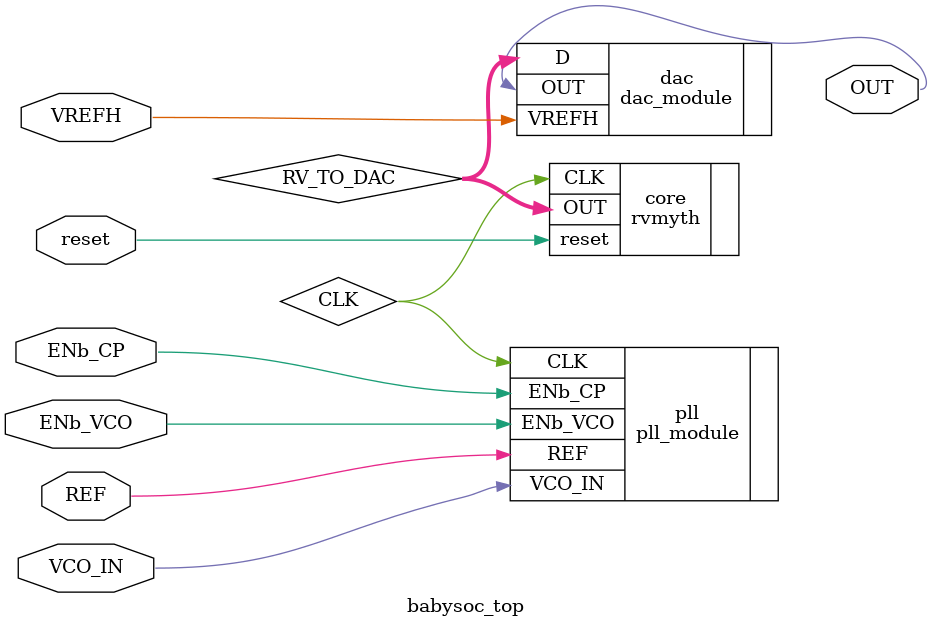
<source format=v>
module babysoc_top (
   output wire OUT,
   //
   input  wire reset,
   //
   input  wire VCO_IN,
   input  wire ENb_CP,
   input  wire ENb_VCO,
   input  wire REF,
   //
   // input  wire VREFL,
   input  wire VREFH
);

   wire CLK;
   wire [9:0] RV_TO_DAC;

   rvmyth core (
      .OUT(RV_TO_DAC),
      .CLK(CLK),
      .reset(reset)
   );

   pll_module pll (
      .CLK(CLK),
      .VCO_IN(VCO_IN),
      .ENb_CP(ENb_CP),
      .ENb_VCO(ENb_VCO),
      .REF(REF)
   );

   dac_module dac (
      .OUT(OUT),
      .D(RV_TO_DAC),
      // .VREFL(VREFL),
      .VREFH(VREFH)
   );
   
endmodule

</source>
